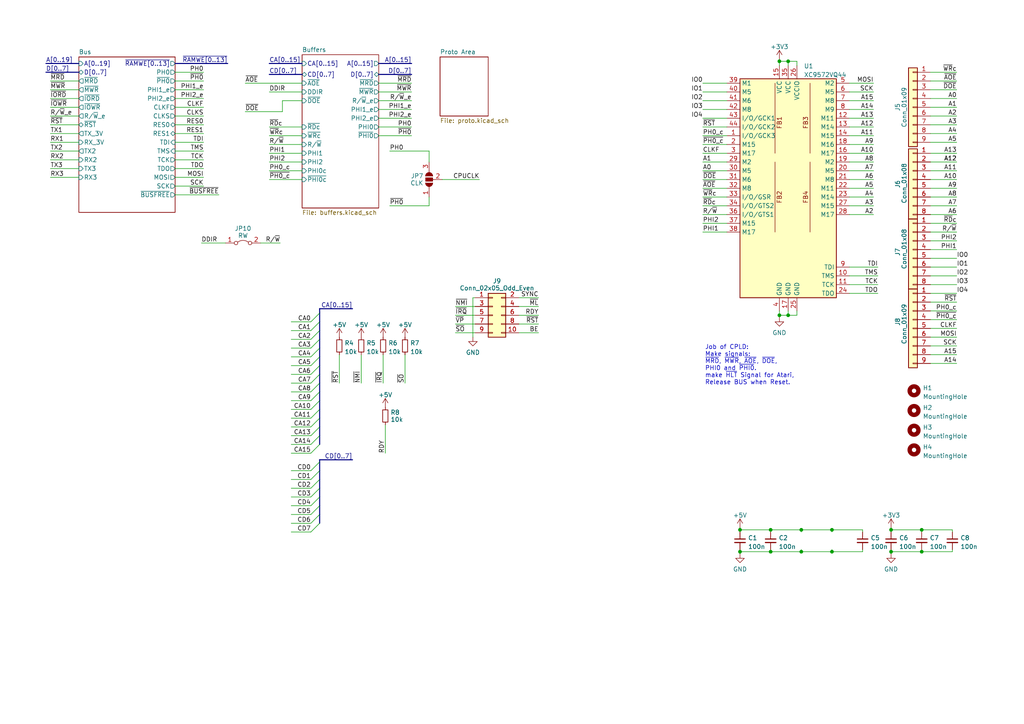
<source format=kicad_sch>
(kicad_sch (version 20230121) (generator eeschema)
  (paper "A4")
  (title_block (title "Unicomp v2 - empty CPU Board") (date "2023-07-06") (rev "v1") (company "100% Offner") (comment 1 "v1: Initial"))
  (lib_symbols
    (symbol "Connector_Generic:Conn_01x08" (pin_names (offset 1.016) hide)
      (property "Reference" "J" (at 0 10.16 0))
      (property "Value" "Conn_01x08" (at 0 -12.7 0))
      (symbol "Conn_01x08_1_1"
        (rectangle (start -1.27 -10.033) (end 0 -10.287) (stroke (width 0.1524)))
        (rectangle (start -1.27 -7.493) (end 0 -7.747) (stroke (width 0.1524)))
        (rectangle (start -1.27 -4.953) (end 0 -5.207) (stroke (width 0.1524)))
        (rectangle (start -1.27 -2.413) (end 0 -2.667) (stroke (width 0.1524)))
        (rectangle (start -1.27 0.127) (end 0 -0.127) (stroke (width 0.1524)))
        (rectangle (start -1.27 2.667) (end 0 2.413) (stroke (width 0.1524)))
        (rectangle (start -1.27 5.207) (end 0 4.953) (stroke (width 0.1524)))
        (rectangle (start -1.27 7.747) (end 0 7.493) (stroke (width 0.1524)))
        (rectangle (start -1.27 8.89) (end 1.27 -11.43) (stroke (width 0.254)) (fill (type background)))
        (pin passive line (at -5.08 7.62 0) (length 3.81) (name "Pin_1") (number "1"))
        (pin passive line (at -5.08 5.08 0) (length 3.81) (name "Pin_2") (number "2"))
        (pin passive line (at -5.08 2.54 0) (length 3.81) (name "Pin_3") (number "3"))
        (pin passive line (at -5.08 0 0) (length 3.81) (name "Pin_4") (number "4"))
        (pin passive line (at -5.08 -2.54 0) (length 3.81) (name "Pin_5") (number "5"))
        (pin passive line (at -5.08 -5.08 0) (length 3.81) (name "Pin_6") (number "6"))
        (pin passive line (at -5.08 -7.62 0) (length 3.81) (name "Pin_7") (number "7"))
        (pin passive line (at -5.08 -10.16 0) (length 3.81) (name "Pin_8") (number "8"))
      )
    )
    (symbol "Connector_Generic:Conn_01x09" (pin_names (offset 1.016) hide)
      (property "Reference" "J" (at 0 12.7 0))
      (property "Value" "Conn_01x09" (at 0 -12.7 0))
      (symbol "Conn_01x09_1_1"
        (rectangle (start -1.27 -10.033) (end 0 -10.287) (stroke (width 0.1524)))
        (rectangle (start -1.27 -7.493) (end 0 -7.747) (stroke (width 0.1524)))
        (rectangle (start -1.27 -4.953) (end 0 -5.207) (stroke (width 0.1524)))
        (rectangle (start -1.27 -2.413) (end 0 -2.667) (stroke (width 0.1524)))
        (rectangle (start -1.27 0.127) (end 0 -0.127) (stroke (width 0.1524)))
        (rectangle (start -1.27 2.667) (end 0 2.413) (stroke (width 0.1524)))
        (rectangle (start -1.27 5.207) (end 0 4.953) (stroke (width 0.1524)))
        (rectangle (start -1.27 7.747) (end 0 7.493) (stroke (width 0.1524)))
        (rectangle (start -1.27 10.287) (end 0 10.033) (stroke (width 0.1524)))
        (rectangle (start -1.27 11.43) (end 1.27 -11.43) (stroke (width 0.254)) (fill (type background)))
        (pin passive line (at -5.08 10.16 0) (length 3.81) (name "Pin_1") (number "1"))
        (pin passive line (at -5.08 7.62 0) (length 3.81) (name "Pin_2") (number "2"))
        (pin passive line (at -5.08 5.08 0) (length 3.81) (name "Pin_3") (number "3"))
        (pin passive line (at -5.08 2.54 0) (length 3.81) (name "Pin_4") (number "4"))
        (pin passive line (at -5.08 0 0) (length 3.81) (name "Pin_5") (number "5"))
        (pin passive line (at -5.08 -2.54 0) (length 3.81) (name "Pin_6") (number "6"))
        (pin passive line (at -5.08 -5.08 0) (length 3.81) (name "Pin_7") (number "7"))
        (pin passive line (at -5.08 -7.62 0) (length 3.81) (name "Pin_8") (number "8"))
        (pin passive line (at -5.08 -10.16 0) (length 3.81) (name "Pin_9") (number "9"))
      )
    )
    (symbol "Connector_Generic:Conn_02x05_Odd_Even" (pin_names (offset 1.016) hide)
      (property "Reference" "J" (at 1.27 7.62 0))
      (property "Value" "Conn_02x05_Odd_Even" (at 1.27 -7.62 0))
      (symbol "Conn_02x05_Odd_Even_1_1"
        (rectangle (start -1.27 -4.953) (end 0 -5.207) (stroke (width 0.1524)))
        (rectangle (start -1.27 -2.413) (end 0 -2.667) (stroke (width 0.1524)))
        (rectangle (start -1.27 0.127) (end 0 -0.127) (stroke (width 0.1524)))
        (rectangle (start -1.27 2.667) (end 0 2.413) (stroke (width 0.1524)))
        (rectangle (start -1.27 5.207) (end 0 4.953) (stroke (width 0.1524)))
        (rectangle (start -1.27 6.35) (end 3.81 -6.35) (stroke (width 0.254)) (fill (type background)))
        (rectangle (start 3.81 -4.953) (end 2.54 -5.207) (stroke (width 0.1524)))
        (rectangle (start 3.81 -2.413) (end 2.54 -2.667) (stroke (width 0.1524)))
        (rectangle (start 3.81 0.127) (end 2.54 -0.127) (stroke (width 0.1524)))
        (rectangle (start 3.81 2.667) (end 2.54 2.413) (stroke (width 0.1524)))
        (rectangle (start 3.81 5.207) (end 2.54 4.953) (stroke (width 0.1524)))
        (pin passive line (at -5.08 5.08 0) (length 3.81) (name "Pin_1") (number "1"))
        (pin passive line (at 7.62 -5.08 180) (length 3.81) (name "Pin_10") (number "10"))
        (pin passive line (at 7.62 5.08 180) (length 3.81) (name "Pin_2") (number "2"))
        (pin passive line (at -5.08 2.54 0) (length 3.81) (name "Pin_3") (number "3"))
        (pin passive line (at 7.62 2.54 180) (length 3.81) (name "Pin_4") (number "4"))
        (pin passive line (at -5.08 0 0) (length 3.81) (name "Pin_5") (number "5"))
        (pin passive line (at 7.62 0 180) (length 3.81) (name "Pin_6") (number "6"))
        (pin passive line (at -5.08 -2.54 0) (length 3.81) (name "Pin_7") (number "7"))
        (pin passive line (at 7.62 -2.54 180) (length 3.81) (name "Pin_8") (number "8"))
        (pin passive line (at -5.08 -5.08 0) (length 3.81) (name "Pin_9") (number "9"))
      )
    )
    (symbol "Device:C_Small" (pin_numbers hide) (pin_names (offset 0.254) hide)
      (property "Reference" "C" (at 0.254 1.778 0))
      (property "Value" "C_Small" (at 0.254 -2.032 0))
      (symbol "C_Small_0_1"
        (polyline (pts (xy -1.524 -0.508) (xy 1.524 -0.508)) (stroke (width 0.3302)))
        (polyline (pts (xy -1.524 0.508) (xy 1.524 0.508)) (stroke (width 0.3048)))
      )
      (symbol "C_Small_1_1"
        (pin passive line (at 0 2.54 270) (length 2.032) (name "~") (number "1"))
        (pin passive line (at 0 -2.54 90) (length 2.032) (name "~") (number "2"))
      )
    )
    (symbol "Device:R_Small" (pin_numbers hide) (pin_names (offset 0.254) hide)
      (property "Reference" "R" (at 0.762 0.508 0))
      (property "Value" "R_Small" (at 0.762 -1.016 0))
      (symbol "R_Small_0_1"
        (rectangle (start -0.762 1.778) (end 0.762 -1.778) (stroke (width 0.2032)))
      )
      (symbol "R_Small_1_1"
        (pin passive line (at 0 2.54 270) (length 0.762) (name "~") (number "1"))
        (pin passive line (at 0 -2.54 90) (length 0.762) (name "~") (number "2"))
      )
    )
    (symbol "Jumper:Jumper_2_Bridged" (pin_names (offset 0) hide)
      (property "Reference" "JP" (at 0 1.905 0))
      (property "Value" "Jumper_2_Bridged" (at 0 -2.54 0))
      (symbol "Jumper_2_Bridged_0_0"
        (circle (center -2.032 0) (radius 0.508))
        (circle (center 2.032 0) (radius 0.508))
      )
      (symbol "Jumper_2_Bridged_0_1"
        (arc (start 1.524 0.254) (mid 0 0.762) (end -1.524 0.254))
      )
      (symbol "Jumper_2_Bridged_1_1"
        (pin passive line (at -5.08 0 0) (length 2.54) (name "A") (number "1"))
        (pin passive line (at 5.08 0 180) (length 2.54) (name "B") (number "2"))
      )
    )
    (symbol "Jumper:SolderJumper_3_Open" (pin_names (offset 0) hide)
      (property "Reference" "JP" (at -2.54 -2.54 0))
      (property "Value" "SolderJumper_3_Open" (at 0 2.794 0))
      (symbol "SolderJumper_3_Open_0_1"
        (arc (start -1.016 1.016) (mid -2.0276 0) (end -1.016 -1.016))
        (arc (start -1.016 1.016) (mid -2.0276 0) (end -1.016 -1.016) (fill (type outline)))
        (rectangle (start -0.508 1.016) (end 0.508 -1.016) (fill (type outline)))
        (polyline (pts (xy -2.54 0) (xy -2.032 0)))
        (polyline (pts (xy -1.016 1.016) (xy -1.016 -1.016)))
        (polyline (pts (xy 0 -1.27) (xy 0 -1.016)))
        (polyline (pts (xy 1.016 1.016) (xy 1.016 -1.016)))
        (polyline (pts (xy 2.54 0) (xy 2.032 0)))
        (arc (start 1.016 -1.016) (mid 2.0276 0) (end 1.016 1.016))
        (arc (start 1.016 -1.016) (mid 2.0276 0) (end 1.016 1.016) (fill (type outline)))
      )
      (symbol "SolderJumper_3_Open_1_1"
        (pin passive line (at -5.08 0 0) (length 2.54) (name "A") (number "1"))
        (pin passive line (at 0 -3.81 90) (length 2.54) (name "C") (number "2"))
        (pin passive line (at 5.08 0 180) (length 2.54) (name "B") (number "3"))
      )
    )
    (symbol "Mechanical:MountingHole" (pin_names (offset 1.016))
      (property "Reference" "H" (at 0 5.08 0))
      (property "Value" "MountingHole" (at 0 3.175 0))
      (symbol "MountingHole_0_1"
        (circle (center 0 0) (radius 1.27) (stroke (width 1.27)))
      )
    )
    (symbol "my_ics_new:XC9572VQ44"
      (property "Reference" "U" (at -12.7 34.29 0))
      (property "Value" "XC9572VQ44" (at -12.7 31.75 0))
      (symbol "XC9572VQ44_0_0"
        (text "FB1" (at -2.54 16.51 900) (effects (font (size 1.27 1.27))))
        (text "FB2" (at -2.54 -5.08 900) (effects (font (size 1.27 1.27))))
        (text "FB3" (at 5.08 16.51 900) (effects (font (size 1.27 1.27))))
        (text "FB4" (at 5.08 -5.08 900) (effects (font (size 1.27 1.27))))
      )
      (symbol "XC9572VQ44_0_1"
        (polyline (pts (xy -3.81 5.08) (xy -3.81 -15.24)) (stroke (width 0.1524)))
        (polyline (pts (xy -3.81 7.62) (xy -3.81 27.94)) (stroke (width 0.1524)))
        (polyline (pts (xy 6.35 5.08) (xy 6.35 -15.24)) (stroke (width 0.1524)))
        (polyline (pts (xy 6.35 7.62) (xy 6.35 27.94)) (stroke (width 0.1524)))
      )
      (symbol "XC9572VQ44_1_1"
        (rectangle (start -13.97 29.21) (end 13.97 -34.29) (stroke (width 0.254)) (fill (type background)))
        (pin bidirectional line (at -17.78 12.7 0) (length 3.81) (name "I/O/GCK3") (number "1"))
        (pin input line (at 17.78 -27.94 180) (length 3.81) (name "TMS") (number "10"))
        (pin input line (at 17.78 -30.48 180) (length 3.81) (name "TCK") (number "11"))
        (pin bidirectional line (at 17.78 17.78 180) (length 3.81) (name "M11") (number "12"))
        (pin bidirectional line (at 17.78 15.24 180) (length 3.81) (name "M14") (number "13"))
        (pin bidirectional line (at 17.78 12.7 180) (length 3.81) (name "M15") (number "14"))
        (pin power_in line (at -2.54 33.02 270) (length 3.81) (name "VCC") (number "15"))
        (pin bidirectional line (at 17.78 7.62 180) (length 3.81) (name "M17") (number "16"))
        (pin power_in line (at 0 -38.1 90) (length 3.81) (name "GND") (number "17"))
        (pin bidirectional line (at 17.78 10.16 180) (length 3.81) (name "M16") (number "18"))
        (pin bidirectional line (at 17.78 5.08 180) (length 3.81) (name "M2") (number "19"))
        (pin bidirectional line (at -17.78 10.16 0) (length 3.81) (name "M15") (number "2"))
        (pin bidirectional line (at 17.78 2.54 180) (length 3.81) (name "M5") (number "20"))
        (pin bidirectional line (at 17.78 0 180) (length 3.81) (name "M8") (number "21"))
        (pin bidirectional line (at 17.78 -2.54 180) (length 3.81) (name "M11") (number "22"))
        (pin bidirectional line (at 17.78 -5.08 180) (length 3.81) (name "M14") (number "23"))
        (pin output line (at 17.78 -33.02 180) (length 3.81) (name "TDO") (number "24"))
        (pin power_in line (at 2.54 -38.1 90) (length 3.81) (name "GND") (number "25"))
        (pin power_in line (at 2.54 33.02 270) (length 3.81) (name "VCCIO") (number "26"))
        (pin bidirectional line (at 17.78 -7.62 180) (length 3.81) (name "M15") (number "27"))
        (pin bidirectional line (at 17.78 -10.16 180) (length 3.81) (name "M17") (number "28"))
        (pin bidirectional line (at -17.78 5.08 0) (length 3.81) (name "M2") (number "29"))
        (pin bidirectional line (at -17.78 7.62 0) (length 3.81) (name "M17") (number "3"))
        (pin bidirectional line (at -17.78 2.54 0) (length 3.81) (name "M5") (number "30"))
        (pin bidirectional line (at -17.78 0 0) (length 3.81) (name "M6") (number "31"))
        (pin bidirectional line (at -17.78 -2.54 0) (length 3.81) (name "M8") (number "32"))
        (pin bidirectional line (at -17.78 -5.08 0) (length 3.81) (name "I/O/GSR") (number "33"))
        (pin bidirectional line (at -17.78 -7.62 0) (length 3.81) (name "I/O/GTS2") (number "34"))
        (pin power_in line (at 0 33.02 270) (length 3.81) (name "VCC") (number "35"))
        (pin bidirectional line (at -17.78 -10.16 0) (length 3.81) (name "I/O/GTS1") (number "36"))
        (pin bidirectional line (at -17.78 -12.7 0) (length 3.81) (name "M15") (number "37"))
        (pin bidirectional line (at -17.78 -15.24 0) (length 3.81) (name "M17") (number "38"))
        (pin bidirectional line (at -17.78 27.94 0) (length 3.81) (name "M1") (number "39"))
        (pin power_in line (at -2.54 -38.1 90) (length 3.81) (name "GND") (number "4"))
        (pin bidirectional line (at -17.78 25.4 0) (length 3.81) (name "M5") (number "40"))
        (pin bidirectional line (at -17.78 22.86 0) (length 3.81) (name "M6") (number "41"))
        (pin bidirectional line (at -17.78 20.32 0) (length 3.81) (name "M8") (number "42"))
        (pin bidirectional line (at -17.78 17.78 0) (length 3.81) (name "I/O/GCK1") (number "43"))
        (pin bidirectional line (at -17.78 15.24 0) (length 3.81) (name "I/O/GCK2") (number "44"))
        (pin bidirectional line (at 17.78 27.94 180) (length 3.81) (name "M2") (number "5"))
        (pin bidirectional line (at 17.78 25.4 180) (length 3.81) (name "M5") (number "6"))
        (pin bidirectional line (at 17.78 22.86 180) (length 3.81) (name "M8") (number "7"))
        (pin bidirectional line (at 17.78 20.32 180) (length 3.81) (name "M9") (number "8"))
        (pin input line (at 17.78 -25.4 180) (length 3.81) (name "TDI") (number "9"))
      )
    )
    (symbol "power:+3V3" (power) (pin_names (offset 0))
      (property "Value" "+3V3" (at 0 3.556 0))
      (symbol "+3V3_0_1"
        (polyline (pts (xy -0.762 1.27) (xy 0 2.54)))
        (polyline (pts (xy 0 0) (xy 0 2.54)))
        (polyline (pts (xy 0 2.54) (xy 0.762 1.27)))
      )
      (symbol "+3V3_1_1"
        (pin power_in line (at 0 0 90) (length 0) hide (name "+3V3") (number "1"))
      )
    )
    (symbol "power:+5V" (power) (pin_names (offset 0))
      (property "Value" "+5V" (at 0 3.556 0))
      (symbol "+5V_0_1"
        (polyline (pts (xy -0.762 1.27) (xy 0 2.54)))
        (polyline (pts (xy 0 0) (xy 0 2.54)))
        (polyline (pts (xy 0 2.54) (xy 0.762 1.27)))
      )
      (symbol "+5V_1_1"
        (pin power_in line (at 0 0 90) (length 0) hide (name "+5V") (number "1"))
      )
    )
    (symbol "power:GND" (power) (pin_names (offset 0))
      (property "Value" "GND" (at 0 -3.81 0))
      (symbol "GND_0_1"
        (polyline (pts (xy 0 0) (xy 0 -1.27) (xy 1.27 -1.27) (xy 0 -2.54) (xy -1.27 -1.27) (xy 0 -1.27)))
      )
      (symbol "GND_1_1"
        (pin power_in line (at 0 0 270) (length 0) hide (name "GND") (number "1"))
      )
    )
  )
  (junction (at 232.41 160.02))
  (junction (at 258.445 153.67))
  (junction (at 226.06 17.78))
  (junction (at 223.52 153.67))
  (junction (at 241.3 160.02))
  (junction (at 241.3 153.67))
  (junction (at 214.63 153.67))
  (junction (at 267.335 153.67))
  (junction (at 223.52 160.02))
  (junction (at 228.6 91.44))
  (junction (at 232.41 153.67))
  (junction (at 214.63 160.02))
  (junction (at 258.445 160.02))
  (junction (at 226.06 91.44))
  (junction (at 228.6 17.78))
  (junction (at 267.335 160.02))
  (bus_entry (at 92.71 128.905) (size -2.54 2.54))
  (bus_entry (at 92.71 106.045) (size -2.54 2.54))
  (bus_entry (at 92.71 90.805) (size -2.54 2.54))
  (bus_entry (at 92.71 146.685) (size -2.54 2.54))
  (bus_entry (at 92.71 144.145) (size -2.54 2.54))
  (bus_entry (at 92.71 126.365) (size -2.54 2.54))
  (bus_entry (at 92.71 149.225) (size -2.54 2.54))
  (bus_entry (at 92.71 116.205) (size -2.54 2.54))
  (bus_entry (at 92.71 123.825) (size -2.54 2.54))
  (bus_entry (at 92.71 113.665) (size -2.54 2.54))
  (bus_entry (at 92.71 111.125) (size -2.54 2.54))
  (bus_entry (at 92.71 133.985) (size -2.54 2.54))
  (bus_entry (at 92.71 121.285) (size -2.54 2.54))
  (bus_entry (at 92.71 108.585) (size -2.54 2.54))
  (bus_entry (at 92.71 139.065) (size -2.54 2.54))
  (bus_entry (at 92.71 93.345) (size -2.54 2.54))
  (bus_entry (at 92.71 151.765) (size -2.54 2.54))
  (bus_entry (at 92.71 118.745) (size -2.54 2.54))
  (bus_entry (at 92.71 98.425) (size -2.54 2.54))
  (bus_entry (at 92.71 141.605) (size -2.54 2.54))
  (bus_entry (at 92.71 100.965) (size -2.54 2.54))
  (bus_entry (at 92.71 103.505) (size -2.54 2.54))
  (bus_entry (at 92.71 95.885) (size -2.54 2.54))
  (bus_entry (at 92.71 136.525) (size -2.54 2.54))
  (wire (pts (xy 269.875 41.275) (xy 277.495 41.275)))
  (wire (pts (xy 241.3 159.385) (xy 241.3 160.02)))
  (wire (pts (xy 250.19 159.385) (xy 250.19 160.02)))
  (bus (pts (xy 92.71 95.885) (xy 92.71 93.345)))
  (wire (pts (xy 50.8 56.515) (xy 63.5 56.515)))
  (wire (pts (xy 203.835 24.13) (xy 210.82 24.13)))
  (wire (pts (xy 223.52 153.67) (xy 223.52 154.305)))
  (wire (pts (xy 124.46 57.15) (xy 124.46 59.69)))
  (wire (pts (xy 14.605 31.115) (xy 22.86 31.115)))
  (wire (pts (xy 269.875 69.85) (xy 277.495 69.85)))
  (wire (pts (xy 246.38 26.67) (xy 253.365 26.67)))
  (wire (pts (xy 84.455 154.305) (xy 90.17 154.305)))
  (wire (pts (xy 50.8 43.815) (xy 59.055 43.815)))
  (wire (pts (xy 84.455 126.365) (xy 90.17 126.365)))
  (bus (pts (xy 92.71 89.535) (xy 102.235 89.535)))
  (bus (pts (xy 50.8 18.415) (xy 66.04 18.415)))
  (wire (pts (xy 269.875 54.61) (xy 277.495 54.61)))
  (wire (pts (xy 269.875 49.53) (xy 277.495 49.53)))
  (bus (pts (xy 109.855 21.59) (xy 119.38 21.59)))
  (wire (pts (xy 84.455 95.885) (xy 90.17 95.885)))
  (wire (pts (xy 109.855 26.67) (xy 119.38 26.67)))
  (wire (pts (xy 71.12 32.385) (xy 81.915 32.385)))
  (wire (pts (xy 269.875 26.035) (xy 277.495 26.035)))
  (wire (pts (xy 203.835 34.29) (xy 210.82 34.29)))
  (wire (pts (xy 269.875 38.735) (xy 277.495 38.735)))
  (bus (pts (xy 92.71 98.425) (xy 92.71 95.885)))
  (wire (pts (xy 124.46 46.99) (xy 124.46 43.815)))
  (wire (pts (xy 84.455 111.125) (xy 90.17 111.125)))
  (wire (pts (xy 50.8 36.195) (xy 59.055 36.195)))
  (wire (pts (xy 84.455 108.585) (xy 90.17 108.585)))
  (wire (pts (xy 214.63 160.655) (xy 214.63 160.02)))
  (wire (pts (xy 203.835 39.37) (xy 210.82 39.37)))
  (wire (pts (xy 214.63 160.02) (xy 223.52 160.02)))
  (wire (pts (xy 269.875 74.93) (xy 277.495 74.93)))
  (wire (pts (xy 203.835 26.67) (xy 210.82 26.67)))
  (bus (pts (xy 92.71 139.065) (xy 92.71 136.525)))
  (wire (pts (xy 84.455 106.045) (xy 90.17 106.045)))
  (wire (pts (xy 71.12 24.13) (xy 87.63 24.13)))
  (wire (pts (xy 109.855 39.37) (xy 119.38 39.37)))
  (wire (pts (xy 50.8 20.955) (xy 59.055 20.955)))
  (wire (pts (xy 128.27 52.07) (xy 139.065 52.07)))
  (wire (pts (xy 267.335 160.02) (xy 276.225 160.02)))
  (bus (pts (xy 92.71 151.765) (xy 92.71 149.225)))
  (wire (pts (xy 226.06 17.78) (xy 226.06 19.05)))
  (bus (pts (xy 92.71 116.205) (xy 92.71 113.665)))
  (bus (pts (xy 109.855 18.415) (xy 119.38 18.415)))
  (wire (pts (xy 50.8 28.575) (xy 59.055 28.575)))
  (wire (pts (xy 78.105 41.91) (xy 87.63 41.91)))
  (bus (pts (xy 92.71 111.125) (xy 92.71 108.585)))
  (wire (pts (xy 109.855 24.13) (xy 119.38 24.13)))
  (wire (pts (xy 84.455 131.445) (xy 90.17 131.445)))
  (wire (pts (xy 250.19 153.67) (xy 250.19 154.305)))
  (wire (pts (xy 232.41 160.02) (xy 241.3 160.02)))
  (wire (pts (xy 228.6 17.78) (xy 228.6 19.05)))
  (wire (pts (xy 203.835 36.83) (xy 210.82 36.83)))
  (wire (pts (xy 258.445 153.67) (xy 267.335 153.67)))
  (wire (pts (xy 104.775 102.87) (xy 104.775 111.125)))
  (wire (pts (xy 78.105 49.53) (xy 87.63 49.53)))
  (wire (pts (xy 269.875 52.07) (xy 277.495 52.07)))
  (wire (pts (xy 14.605 46.355) (xy 22.86 46.355)))
  (wire (pts (xy 84.455 128.905) (xy 90.17 128.905)))
  (bus (pts (xy 92.71 149.225) (xy 92.71 146.685)))
  (wire (pts (xy 84.455 118.745) (xy 90.17 118.745)))
  (wire (pts (xy 58.42 70.485) (xy 65.405 70.485)))
  (wire (pts (xy 84.455 144.145) (xy 90.17 144.145)))
  (wire (pts (xy 137.16 86.36) (xy 137.16 97.79)))
  (wire (pts (xy 78.105 36.83) (xy 87.63 36.83)))
  (wire (pts (xy 269.875 102.87) (xy 277.495 102.87)))
  (wire (pts (xy 132.08 91.44) (xy 137.795 91.44)))
  (wire (pts (xy 269.875 57.15) (xy 277.495 57.15)))
  (wire (pts (xy 203.835 54.61) (xy 210.82 54.61)))
  (wire (pts (xy 246.38 59.69) (xy 253.365 59.69)))
  (wire (pts (xy 226.06 17.145) (xy 226.06 17.78)))
  (wire (pts (xy 50.8 51.435) (xy 59.055 51.435)))
  (wire (pts (xy 113.03 59.69) (xy 124.46 59.69)))
  (wire (pts (xy 258.445 153.035) (xy 258.445 153.67)))
  (wire (pts (xy 137.16 86.36) (xy 137.795 86.36)))
  (bus (pts (xy 92.71 146.685) (xy 92.71 144.145)))
  (wire (pts (xy 84.455 149.225) (xy 90.17 149.225)))
  (wire (pts (xy 84.455 151.765) (xy 90.17 151.765)))
  (wire (pts (xy 246.38 24.13) (xy 253.365 24.13)))
  (bus (pts (xy 92.71 141.605) (xy 92.71 139.065)))
  (wire (pts (xy 269.875 62.23) (xy 277.495 62.23)))
  (wire (pts (xy 203.835 59.69) (xy 210.82 59.69)))
  (wire (pts (xy 269.875 82.55) (xy 277.495 82.55)))
  (wire (pts (xy 258.445 153.67) (xy 258.445 154.305)))
  (wire (pts (xy 156.21 91.44) (xy 150.495 91.44)))
  (wire (pts (xy 203.835 52.07) (xy 210.82 52.07)))
  (wire (pts (xy 14.605 41.275) (xy 22.86 41.275)))
  (wire (pts (xy 226.06 17.78) (xy 228.6 17.78)))
  (wire (pts (xy 267.335 159.385) (xy 267.335 160.02)))
  (wire (pts (xy 232.41 153.67) (xy 232.41 154.305)))
  (wire (pts (xy 78.105 46.99) (xy 87.63 46.99)))
  (bus (pts (xy 92.71 133.985) (xy 92.71 133.35)))
  (bus (pts (xy 92.71 144.145) (xy 92.71 141.605)))
  (wire (pts (xy 14.605 51.435) (xy 22.86 51.435)))
  (wire (pts (xy 269.875 20.955) (xy 277.495 20.955)))
  (wire (pts (xy 203.835 57.15) (xy 210.82 57.15)))
  (wire (pts (xy 269.875 77.47) (xy 277.495 77.47)))
  (wire (pts (xy 214.63 153.035) (xy 214.63 153.67)))
  (wire (pts (xy 232.41 153.67) (xy 241.3 153.67)))
  (wire (pts (xy 84.455 100.965) (xy 90.17 100.965)))
  (bus (pts (xy 92.71 126.365) (xy 92.71 123.825)))
  (wire (pts (xy 246.38 34.29) (xy 253.365 34.29)))
  (wire (pts (xy 231.14 91.44) (xy 231.14 90.17)))
  (wire (pts (xy 246.38 39.37) (xy 253.365 39.37)))
  (wire (pts (xy 223.52 153.67) (xy 232.41 153.67)))
  (wire (pts (xy 269.875 28.575) (xy 277.495 28.575)))
  (wire (pts (xy 14.605 33.655) (xy 22.86 33.655)))
  (wire (pts (xy 84.455 98.425) (xy 90.17 98.425)))
  (wire (pts (xy 50.8 26.035) (xy 59.055 26.035)))
  (wire (pts (xy 84.455 123.825) (xy 90.17 123.825)))
  (bus (pts (xy 92.71 93.345) (xy 92.71 90.805)))
  (wire (pts (xy 228.6 91.44) (xy 231.14 91.44)))
  (wire (pts (xy 84.455 116.205) (xy 90.17 116.205)))
  (bus (pts (xy 22.86 18.415) (xy 13.335 18.415)))
  (bus (pts (xy 92.71 121.285) (xy 92.71 118.745)))
  (wire (pts (xy 269.875 33.655) (xy 277.495 33.655)))
  (wire (pts (xy 228.6 17.78) (xy 231.14 17.78)))
  (wire (pts (xy 156.21 93.98) (xy 150.495 93.98)))
  (wire (pts (xy 269.875 87.63) (xy 277.495 87.63)))
  (bus (pts (xy 92.71 103.505) (xy 92.71 100.965)))
  (wire (pts (xy 246.38 77.47) (xy 254.635 77.47)))
  (wire (pts (xy 109.855 34.29) (xy 119.38 34.29)))
  (wire (pts (xy 246.38 62.23) (xy 253.365 62.23)))
  (wire (pts (xy 232.41 159.385) (xy 232.41 160.02)))
  (wire (pts (xy 228.6 91.44) (xy 228.6 90.17)))
  (wire (pts (xy 50.8 48.895) (xy 59.055 48.895)))
  (wire (pts (xy 84.455 139.065) (xy 90.17 139.065)))
  (wire (pts (xy 81.915 29.21) (xy 87.63 29.21)))
  (wire (pts (xy 50.8 33.655) (xy 59.055 33.655)))
  (wire (pts (xy 246.38 36.83) (xy 253.365 36.83)))
  (wire (pts (xy 269.875 80.01) (xy 277.495 80.01)))
  (wire (pts (xy 269.875 31.115) (xy 277.495 31.115)))
  (wire (pts (xy 203.835 46.99) (xy 210.82 46.99)))
  (wire (pts (xy 78.105 52.07) (xy 87.63 52.07)))
  (wire (pts (xy 117.475 102.87) (xy 117.475 111.125)))
  (wire (pts (xy 14.605 36.195) (xy 22.86 36.195)))
  (bus (pts (xy 87.63 18.415) (xy 78.105 18.415)))
  (wire (pts (xy 241.3 153.67) (xy 241.3 154.305)))
  (wire (pts (xy 50.8 41.275) (xy 59.055 41.275)))
  (wire (pts (xy 269.875 92.71) (xy 277.495 92.71)))
  (wire (pts (xy 226.06 91.44) (xy 228.6 91.44)))
  (wire (pts (xy 269.875 67.31) (xy 277.495 67.31)))
  (wire (pts (xy 269.875 90.17) (xy 277.495 90.17)))
  (wire (pts (xy 226.06 90.17) (xy 226.06 91.44)))
  (wire (pts (xy 269.875 97.79) (xy 277.495 97.79)))
  (wire (pts (xy 223.52 159.385) (xy 223.52 160.02)))
  (wire (pts (xy 203.835 64.77) (xy 210.82 64.77)))
  (wire (pts (xy 50.8 53.975) (xy 59.055 53.975)))
  (wire (pts (xy 203.835 49.53) (xy 210.82 49.53)))
  (wire (pts (xy 203.835 29.21) (xy 210.82 29.21)))
  (bus (pts (xy 92.71 136.525) (xy 92.71 133.985)))
  (wire (pts (xy 132.08 96.52) (xy 137.795 96.52)))
  (wire (pts (xy 14.605 28.575) (xy 22.86 28.575)))
  (wire (pts (xy 246.38 29.21) (xy 253.365 29.21)))
  (bus (pts (xy 92.71 106.045) (xy 92.71 103.505)))
  (wire (pts (xy 111.125 102.87) (xy 111.125 111.125)))
  (wire (pts (xy 78.105 39.37) (xy 87.63 39.37)))
  (wire (pts (xy 246.38 49.53) (xy 253.365 49.53)))
  (wire (pts (xy 246.38 31.75) (xy 253.365 31.75)))
  (wire (pts (xy 84.455 103.505) (xy 90.17 103.505)))
  (wire (pts (xy 203.835 41.91) (xy 210.82 41.91)))
  (wire (pts (xy 98.425 102.87) (xy 98.425 111.125)))
  (wire (pts (xy 223.52 160.02) (xy 232.41 160.02)))
  (wire (pts (xy 50.8 38.735) (xy 59.055 38.735)))
  (wire (pts (xy 246.38 41.91) (xy 253.365 41.91)))
  (wire (pts (xy 14.605 43.815) (xy 22.86 43.815)))
  (wire (pts (xy 269.875 36.195) (xy 277.495 36.195)))
  (wire (pts (xy 231.14 17.78) (xy 231.14 19.05)))
  (wire (pts (xy 203.835 67.31) (xy 210.82 67.31)))
  (wire (pts (xy 14.605 38.735) (xy 22.86 38.735)))
  (wire (pts (xy 214.63 153.67) (xy 214.63 154.305)))
  (wire (pts (xy 109.855 29.21) (xy 119.38 29.21)))
  (wire (pts (xy 276.225 159.385) (xy 276.225 160.02)))
  (wire (pts (xy 14.605 23.495) (xy 22.86 23.495)))
  (wire (pts (xy 203.835 44.45) (xy 210.82 44.45)))
  (wire (pts (xy 84.455 113.665) (xy 90.17 113.665)))
  (wire (pts (xy 14.605 26.035) (xy 22.86 26.035)))
  (bus (pts (xy 92.71 108.585) (xy 92.71 106.045)))
  (bus (pts (xy 87.63 21.59) (xy 78.105 21.59)))
  (bus (pts (xy 92.71 118.745) (xy 92.71 116.205)))
  (wire (pts (xy 84.455 146.685) (xy 90.17 146.685)))
  (wire (pts (xy 109.855 36.83) (xy 119.38 36.83)))
  (wire (pts (xy 226.06 91.44) (xy 226.06 92.075)))
  (wire (pts (xy 203.835 62.23) (xy 210.82 62.23)))
  (wire (pts (xy 269.875 59.69) (xy 277.495 59.69)))
  (wire (pts (xy 84.455 121.285) (xy 90.17 121.285)))
  (wire (pts (xy 78.105 26.67) (xy 87.63 26.67)))
  (wire (pts (xy 258.445 160.02) (xy 267.335 160.02)))
  (wire (pts (xy 132.08 93.98) (xy 137.795 93.98)))
  (wire (pts (xy 203.835 31.75) (xy 210.82 31.75)))
  (wire (pts (xy 269.875 85.09) (xy 277.495 85.09)))
  (bus (pts (xy 92.71 100.965) (xy 92.71 98.425)))
  (wire (pts (xy 246.38 52.07) (xy 253.365 52.07)))
  (wire (pts (xy 269.875 100.33) (xy 277.495 100.33)))
  (wire (pts (xy 246.38 44.45) (xy 253.365 44.45)))
  (wire (pts (xy 267.335 153.67) (xy 267.335 154.305)))
  (wire (pts (xy 269.875 23.495) (xy 277.495 23.495)))
  (wire (pts (xy 246.38 54.61) (xy 253.365 54.61)))
  (bus (pts (xy 92.71 128.905) (xy 92.71 126.365)))
  (wire (pts (xy 246.38 85.09) (xy 254.635 85.09)))
  (wire (pts (xy 156.21 96.52) (xy 150.495 96.52)))
  (wire (pts (xy 269.875 46.99) (xy 277.495 46.99)))
  (bus (pts (xy 92.71 113.665) (xy 92.71 111.125)))
  (wire (pts (xy 269.875 72.39) (xy 277.495 72.39)))
  (bus (pts (xy 92.71 133.35) (xy 102.235 133.35)))
  (wire (pts (xy 50.8 23.495) (xy 59.055 23.495)))
  (wire (pts (xy 111.76 123.19) (xy 111.76 131.445)))
  (wire (pts (xy 269.875 95.25) (xy 277.495 95.25)))
  (bus (pts (xy 22.86 20.955) (xy 13.335 20.955)))
  (wire (pts (xy 109.855 31.75) (xy 119.38 31.75)))
  (wire (pts (xy 113.03 43.815) (xy 124.46 43.815)))
  (wire (pts (xy 150.495 88.9) (xy 156.21 88.9)))
  (wire (pts (xy 241.3 160.02) (xy 250.19 160.02)))
  (bus (pts (xy 92.71 123.825) (xy 92.71 121.285)))
  (wire (pts (xy 246.38 46.99) (xy 253.365 46.99)))
  (wire (pts (xy 269.875 64.77) (xy 277.495 64.77)))
  (wire (pts (xy 84.455 141.605) (xy 90.17 141.605)))
  (wire (pts (xy 50.8 46.355) (xy 59.055 46.355)))
  (wire (pts (xy 50.8 31.115) (xy 59.055 31.115)))
  (wire (pts (xy 214.63 160.02) (xy 214.63 159.385)))
  (wire (pts (xy 258.445 159.385) (xy 258.445 160.02)))
  (wire (pts (xy 75.565 70.485) (xy 81.28 70.485)))
  (wire (pts (xy 258.445 160.02) (xy 258.445 160.655)))
  (wire (pts (xy 81.915 32.385) (xy 81.915 29.21)))
  (wire (pts (xy 276.225 153.67) (xy 276.225 154.305)))
  (wire (pts (xy 214.63 153.67) (xy 223.52 153.67)))
  (wire (pts (xy 267.335 153.67) (xy 276.225 153.67)))
  (wire (pts (xy 246.38 80.01) (xy 254.635 80.01)))
  (wire (pts (xy 132.08 88.9) (xy 137.795 88.9)))
  (wire (pts (xy 246.38 82.55) (xy 254.635 82.55)))
  (wire (pts (xy 14.605 48.895) (xy 22.86 48.895)))
  (wire (pts (xy 269.875 105.41) (xy 277.495 105.41)))
  (wire (pts (xy 269.875 44.45) (xy 277.495 44.45)))
  (wire (pts (xy 241.3 153.67) (xy 250.19 153.67)))
  (wire (pts (xy 84.455 93.345) (xy 90.17 93.345)))
  (wire (pts (xy 246.38 57.15) (xy 253.365 57.15)))
  (bus (pts (xy 92.71 90.805) (xy 92.71 89.535)))
  (wire (pts (xy 78.105 44.45) (xy 87.63 44.45)))
  (wire (pts (xy 84.455 136.525) (xy 90.17 136.525)))
  (wire (pts (xy 150.495 86.36) (xy 156.21 86.36)))
  (text "Job of CPLD:\nMake signals:\n~{MRD}, ~{MWR}, ~{AOE}, ~{DOE},\nPHI0 and ~{PHI0}.\nmake ~{HLT} Signal for Atari,\nRelease BUS when Reset." (at 204.47 111.76 0) (effects (font (size 1.27 1.27)) (justify left bottom)))
  (label "~{IOWR}" (at 14.605 31.115 0))
  (label "A9" (at 253.365 41.91 180))
  (label "A5" (at 253.365 54.61 180))
  (label "A14" (at 277.495 105.41 180))
  (label "~{DOE}" (at 203.835 52.07 0))
  (label "CA0" (at 90.17 93.345 180))
  (label "~{VP}" (at 132.08 93.98 0))
  (label "CD4" (at 90.17 146.685 180))
  (label "~{WR}c" (at 203.835 57.15 0))
  (label "PHI2" (at 78.105 46.99 0))
  (label "IO4" (at 277.495 85.09 0))
  (label "CA12" (at 90.17 123.825 180))
  (label "PHI2_e" (at 59.055 28.575 180))
  (label "~{PH0_c}" (at 277.495 92.71 180))
  (label "A1" (at 277.495 31.115 180))
  (label "R{slash}~{W}" (at 203.835 62.23 0))
  (label "TCK" (at 254.635 82.55 180))
  (label "A11" (at 253.365 39.37 180))
  (label "~{RAMWE[0..13]}" (at 66.04 18.415 180))
  (label "~{MWR}" (at 119.38 26.67 180))
  (label "CA11" (at 90.17 121.285 180))
  (label "~{DOE}" (at 277.495 26.035 180))
  (label "PH0_c" (at 277.495 90.17 180))
  (label "PH0" (at 59.055 20.955 180))
  (label "BE" (at 156.21 96.52 180))
  (label "TX2" (at 14.605 43.815 0))
  (label "CD5" (at 90.17 149.225 180))
  (label "A10" (at 253.365 44.45 180))
  (label "~{NMI}" (at 104.775 111.125 90))
  (label "CA13" (at 90.17 126.365 180))
  (label "TX3" (at 14.605 48.895 0))
  (label "CLKS" (at 59.055 33.655 180))
  (label "A13" (at 253.365 34.29 180))
  (label "SCK" (at 277.495 100.33 180))
  (label "SCK" (at 59.055 53.975 180))
  (label "TDO" (at 254.635 85.09 180))
  (label "R{slash}~{W}" (at 78.105 41.91 0))
  (label "~{PH0_c}" (at 78.105 52.07 0))
  (label "A5" (at 277.495 41.275 180))
  (label "A0" (at 203.835 49.53 0))
  (label "CD0" (at 90.17 136.525 180))
  (label "A12" (at 253.365 36.83 180))
  (label "R{slash}~{W}_e" (at 119.38 29.21 180))
  (label "~{WR}c" (at 277.495 20.955 180))
  (label "CA4" (at 90.17 103.505 180))
  (label "CD2" (at 90.17 141.605 180))
  (label "A10" (at 277.495 52.07 180))
  (label "PHI1" (at 78.105 44.45 0))
  (label "A15" (at 253.365 29.21 180))
  (label "DDIR" (at 78.105 26.67 0))
  (label "TDI" (at 59.055 41.275 180))
  (label "~{SO}" (at 117.475 111.125 90))
  (label "~{RST}" (at 14.605 36.195 0))
  (label "R{slash}~{W}_e" (at 14.605 33.655 0))
  (label "~{PH0}" (at 59.055 23.495 180))
  (label "CLKF" (at 59.055 31.115 180))
  (label "~{RST}" (at 203.835 36.83 0))
  (label "CA10" (at 90.17 118.745 180))
  (label "IO1" (at 203.835 26.67 180))
  (label "~{RST}" (at 156.21 93.98 180))
  (label "CD1" (at 90.17 139.065 180))
  (label "CA14" (at 90.17 128.905 180))
  (label "SCK" (at 253.365 26.67 180))
  (label "~{IORD}" (at 14.605 28.575 0))
  (label "A9" (at 277.495 54.61 180))
  (label "~{MRD}" (at 119.38 24.13 180))
  (label "A15" (at 277.495 102.87 180))
  (label "CD6" (at 90.17 151.765 180))
  (label "RX3" (at 14.605 51.435 0))
  (label "SYNC" (at 156.21 86.36 180))
  (label "RES1" (at 59.055 38.735 180))
  (label "IO3" (at 277.495 82.55 0))
  (label "A3" (at 253.365 59.69 180))
  (label "CLKF" (at 203.835 44.45 0))
  (label "DDIR" (at 58.42 70.485 0))
  (label "TDO" (at 59.055 48.895 180))
  (label "MOSI" (at 59.055 51.435 180))
  (label "~{SO}" (at 132.08 96.52 0))
  (label "~{PH0_c}" (at 203.835 41.91 0))
  (label "CA3" (at 90.17 100.965 180))
  (label "CA[0..15]" (at 102.235 89.535 180))
  (label "~{RD}c" (at 78.105 36.83 0))
  (label "CA[0..15]" (at 78.105 18.415 0))
  (label "~{PH0}" (at 119.38 39.37 180))
  (label "PHI2" (at 277.495 69.85 180))
  (label "RES0" (at 59.055 36.195 180))
  (label "IO1" (at 277.495 77.47 0))
  (label "CA15" (at 90.17 131.445 180))
  (label "PH0" (at 113.03 43.815 0))
  (label "~{PH0}" (at 113.03 59.69 0))
  (label "IO3" (at 203.835 31.75 180))
  (label "CA6" (at 90.17 108.585 180))
  (label "CA2" (at 90.17 98.425 180))
  (label "~{NMI}" (at 132.08 88.9 0))
  (label "~{DOE}" (at 71.12 32.385 0))
  (label "CD[0..7]" (at 78.105 21.59 0))
  (label "IO0" (at 203.835 24.13 180))
  (label "TMS" (at 59.055 43.815 180))
  (label "MOSI" (at 277.495 97.79 180))
  (label "D[0..7]" (at 13.335 20.955 0))
  (label "RX1" (at 14.605 41.275 0))
  (label "CD3" (at 90.17 144.145 180))
  (label "A13" (at 277.495 44.45 180))
  (label "~{IRQ}" (at 132.08 91.44 0))
  (label "A14" (at 253.365 31.75 180))
  (label "PHI2_e" (at 119.38 34.29 180))
  (label "~{MWR}" (at 14.605 26.035 0))
  (label "RX2" (at 14.605 46.355 0))
  (label "IO4" (at 203.835 34.29 180))
  (label "TDI" (at 254.635 77.47 180))
  (label "CA5" (at 90.17 106.045 180))
  (label "R{slash}~{W}" (at 277.495 67.31 180))
  (label "CA8" (at 90.17 113.665 180))
  (label "A2" (at 253.365 62.23 180))
  (label "TX1" (at 14.605 38.735 0))
  (label "CLKF" (at 277.495 95.25 180))
  (label "A8" (at 253.365 46.99 180))
  (label "A0" (at 277.495 28.575 180))
  (label "~{RST}" (at 277.495 87.63 180))
  (label "~{RD}c" (at 277.495 64.77 180))
  (label "A12" (at 277.495 46.99 180))
  (label "PHI2" (at 203.835 64.77 0))
  (label "RDY" (at 111.76 131.445 90))
  (label "A8" (at 277.495 57.15 180))
  (label "IO0" (at 277.495 74.93 0))
  (label "IO2" (at 203.835 29.21 180))
  (label "R{slash}~{W}" (at 81.28 70.485 180))
  (label "A6" (at 253.365 52.07 180))
  (label "A6" (at 277.495 62.23 180))
  (label "PHI1_e" (at 119.38 31.75 180))
  (label "~{ML}" (at 156.21 88.9 180))
  (label "TMS" (at 254.635 80.01 180))
  (label "CD7" (at 90.17 154.305 180))
  (label "PH0_c" (at 203.835 39.37 0))
  (label "CPUCLK" (at 139.065 52.07 180))
  (label "CA1" (at 90.17 95.885 180))
  (label "A[0..19]" (at 13.335 18.415 0))
  (label "A12" (at 277.495 46.99 180))
  (label "~{AOE}" (at 203.835 54.61 0))
  (label "CD[0..7]" (at 102.235 133.35 180))
  (label "PH0_c" (at 78.105 49.53 0))
  (label "PH0" (at 119.38 36.83 180))
  (label "~{MRD}" (at 14.605 23.495 0))
  (label "CA7" (at 90.17 111.125 180))
  (label "~{BUSFREE}" (at 63.5 56.515 180))
  (label "PHI1" (at 277.495 72.39 180))
  (label "~{AOE}" (at 277.495 23.495 180))
  (label "~{RD}c" (at 203.835 59.69 0))
  (label "A4" (at 253.365 57.15 180))
  (label "A4" (at 277.495 38.735 180))
  (label "A11" (at 277.495 49.53 180))
  (label "~{AOE}" (at 71.12 24.13 0))
  (label "RDY" (at 156.21 91.44 180))
  (label "A3" (at 277.495 36.195 180))
  (label "PHI1" (at 203.835 67.31 0))
  (label "A7" (at 277.495 59.69 180))
  (label "IO2" (at 277.495 80.01 0))
  (label "CA9" (at 90.17 116.205 180))
  (label "MOSI" (at 253.365 24.13 180))
  (label "D[0..7]" (at 119.38 21.59 180))
  (label "~{WR}c" (at 78.105 39.37 0))
  (label "A7" (at 253.365 49.53 180))
  (label "~{IRQ}" (at 111.125 111.125 90))
  (label "TCK" (at 59.055 46.355 180))
  (label "A2" (at 277.495 33.655 180))
  (label "A[0..15]" (at 119.38 18.415 180))
  (label "A1" (at 203.835 46.99 0))
  (label "PHI1_e" (at 59.055 26.035 180))
  (label "~{RST}" (at 98.425 111.125 90))
  (symbol (lib_id "power:+5V") (at 117.475 97.79 0) (unit 1)
    (property "Reference" "#PWR058" (effects hide))
    (property "Value" "+5V" (at 117.475 94.2142 0))
  )
  (symbol (lib_id "Device:R_Small") (at 98.425 100.33 0) (unit 1)
    (property "Reference" "R4" (at 99.9236 99.4953 0) (effects (justify left)))
    (property "Value" "10k" (at 99.9236 102.0322 0) (effects (justify left)))
    (property "Footprint" "Resistor_SMD:R_1206_3216Metric_Pad1.30x1.75mm_HandSolder" (effects hide))
  )
  (symbol (lib_id "power:+5V") (at 111.76 118.11 0) (unit 1)
    (property "Reference" "#PWR060" (effects hide))
    (property "Value" "+5V" (at 111.76 114.5342 0))
  )
  (symbol (lib_id "Device:C_Small") (at 223.52 156.845 0) (unit 1)
    (property "Reference" "C2" (at 225.8441 156.0166 0) (effects (justify left)))
    (property "Value" "100n" (at 225.8441 158.5535 0) (effects (justify left)))
    (property "Footprint" "Capacitor_SMD:C_1206_3216Metric" (effects hide))
  )
  (symbol (lib_id "Mechanical:MountingHole") (at 265.1125 113.3475 0) (unit 1)
    (property "Reference" "H1" (at 267.6525 112.5128 0) (effects (justify left)))
    (property "Value" "MountingHole" (at 267.6525 115.0497 0) (effects (justify left)))
    (property "Footprint" "MountingHole:MountingHole_3.2mm_M3" (effects hide))
  )
  (symbol (lib_id "Device:C_Small") (at 276.225 156.845 0) (unit 1)
    (property "Reference" "C8" (at 278.5491 156.0166 0) (effects (justify left)))
    (property "Value" "100n" (at 278.5491 158.5535 0) (effects (justify left)))
    (property "Footprint" "Capacitor_SMD:C_1206_3216Metric" (effects hide))
  )
  (symbol (lib_id "power:+5V") (at 98.425 97.79 0) (unit 1)
    (property "Reference" "#PWR055" (effects hide))
    (property "Value" "+5V" (at 98.425 94.2142 0))
  )
  (symbol (lib_id "Jumper:SolderJumper_3_Open") (at 124.46 52.07 90) (unit 1)
    (property "Reference" "JP7" (at 122.8091 51.046 90) (effects (justify left)))
    (property "Value" "CLK" (at 122.8091 53.094 90) (effects (justify left)))
    (property "Footprint" "Jumper:SolderJumper-3_P1.3mm_Open_RoundedPad1.0x1.5mm_NumberLabels" (effects hide))
  )
  (symbol (lib_id "Connector_Generic:Conn_01x09") (at 264.795 31.115 0) (mirror y) (unit 1)
    (property "Reference" "J5" (at 260.35 31.115 90))
    (property "Value" "Conn_01x09" (at 262.2519 31.115 90))
    (property "Footprint" "Connector_PinHeader_2.54mm:PinHeader_1x09_P2.54mm_Vertical" (effects hide))
  )
  (symbol (lib_id "Device:C_Small") (at 267.335 156.845 0) (unit 1)
    (property "Reference" "C7" (at 269.6591 156.0166 0) (effects (justify left)))
    (property "Value" "100n" (at 269.6591 158.5535 0) (effects (justify left)))
    (property "Footprint" "Capacitor_SMD:C_1206_3216Metric" (effects hide))
  )
  (symbol (lib_id "power:GND") (at 214.63 160.655 0) (unit 1)
    (property "Reference" "#PWR05" (effects hide))
    (property "Value" "GND" (at 214.63 165.0984 0))
  )
  (symbol (lib_id "Mechanical:MountingHole") (at 265.1125 124.7775 0) (unit 1)
    (property "Reference" "H3" (at 267.6525 123.9428 0) (effects (justify left)))
    (property "Value" "MountingHole" (at 267.6525 126.4797 0) (effects (justify left)))
    (property "Footprint" "MountingHole:MountingHole_3.2mm_M3" (effects hide))
  )
  (symbol (lib_id "Device:R_Small") (at 104.775 100.33 0) (unit 1)
    (property "Reference" "R5" (at 106.2736 99.4953 0) (effects (justify left)))
    (property "Value" "10k" (at 106.2736 102.0322 0) (effects (justify left)))
    (property "Footprint" "Resistor_SMD:R_1206_3216Metric_Pad1.30x1.75mm_HandSolder" (effects hide))
  )
  (symbol (lib_id "power:+3V3") (at 226.06 17.145 0) (unit 1)
    (property "Reference" "#PWR01" (effects hide))
    (property "Value" "+3V3" (at 226.06 13.5692 0))
  )
  (symbol (lib_id "power:GND") (at 137.16 97.79 0) (unit 1)
    (property "Reference" "#PWR07" (effects hide))
    (property "Value" "GND" (at 137.16 102.2334 0))
  )
  (symbol (lib_id "Mechanical:MountingHole") (at 265.1125 119.0625 0) (unit 1)
    (property "Reference" "H2" (at 267.6525 118.2278 0) (effects (justify left)))
    (property "Value" "MountingHole" (at 267.6525 120.7647 0) (effects (justify left)))
    (property "Footprint" "MountingHole:MountingHole_3.2mm_M3" (effects hide))
  )
  (symbol (lib_id "power:+5V") (at 111.125 97.79 0) (unit 1)
    (property "Reference" "#PWR057" (effects hide))
    (property "Value" "+5V" (at 111.125 94.2142 0))
  )
  (symbol (lib_id "Connector_Generic:Conn_01x08") (at 264.795 72.39 0) (mirror y) (unit 1)
    (property "Reference" "J7" (at 260.35 74.295 90) (effects (justify left)))
    (property "Value" "Conn_01x08" (at 262.2519 78.105 90) (effects (justify left)))
    (property "Footprint" "Connector_PinHeader_2.54mm:PinHeader_1x08_P2.54mm_Vertical" (effects hide))
  )
  (symbol (lib_id "Mechanical:MountingHole") (at 265.1125 130.4925 0) (unit 1)
    (property "Reference" "H4" (at 267.6525 129.6578 0) (effects (justify left)))
    (property "Value" "MountingHole" (at 267.6525 132.1947 0) (effects (justify left)))
    (property "Footprint" "MountingHole:MountingHole_3.2mm_M3" (effects hide))
  )
  (symbol (lib_id "my_ics_new:XC9572VQ44") (at 228.6 52.07 0) (unit 1)
    (property "Reference" "U1" (at 233.1594 19.1602 0) (effects (justify left)))
    (property "Value" "XC9572VQ44" (at 233.1594 21.6971 0) (effects (justify left)))
    (property "Footprint" "Package_QFP:TQFP-44_10x10mm_P0.8mm" (effects hide))
  )
  (symbol (lib_id "power:GND") (at 258.445 160.655 0) (unit 1)
    (property "Reference" "#PWR06" (effects hide))
    (property "Value" "GND" (at 258.445 165.0984 0))
  )
  (symbol (lib_id "power:+3V3") (at 258.445 153.035 0) (unit 1)
    (property "Reference" "#PWR04" (effects hide))
    (property "Value" "+3V3" (at 258.445 149.4592 0))
  )
  (symbol (lib_id "Device:C_Small") (at 250.19 156.845 0) (unit 1)
    (property "Reference" "C5" (at 252.5141 156.0166 0) (effects (justify left)))
    (property "Value" "100n" (at 252.5141 158.5535 0) (effects (justify left)))
    (property "Footprint" "Capacitor_SMD:C_1206_3216Metric" (effects hide))
  )
  (symbol (lib_id "Device:C_Small") (at 214.63 156.845 0) (unit 1)
    (property "Reference" "C1" (at 216.9541 156.0166 0) (effects (justify left)))
    (property "Value" "100n" (at 216.9541 158.5535 0) (effects (justify left)))
    (property "Footprint" "Capacitor_SMD:C_1206_3216Metric" (effects hide))
  )
  (symbol (lib_id "power:+5V") (at 104.775 97.79 0) (unit 1)
    (property "Reference" "#PWR056" (effects hide))
    (property "Value" "+5V" (at 104.775 94.2142 0))
  )
  (symbol (lib_id "Connector_Generic:Conn_02x05_Odd_Even") (at 142.875 91.44 0) (unit 1)
    (property "Reference" "J9" (at 144.145 81.51 0))
    (property "Value" "Conn_02x05_Odd_Even" (at 144.145 83.558 0))
    (property "Footprint" "Connector_PinHeader_2.54mm:PinHeader_2x05_P2.54mm_Horizontal" (effects hide))
  )
  (symbol (lib_id "Jumper:Jumper_2_Bridged") (at 70.485 70.485 0) (unit 1)
    (property "Reference" "JP10" (at 70.485 66.27 0))
    (property "Value" "RW" (at 70.485 68.318 0))
    (property "Footprint" "Jumper:SolderJumper-2_P1.3mm_Bridged_RoundedPad1.0x1.5mm" (effects hide))
  )
  (symbol (lib_id "Device:C_Small") (at 258.445 156.845 0) (unit 1)
    (property "Reference" "C6" (at 260.7691 156.0166 0) (effects (justify left)))
    (property "Value" "100n" (at 260.7691 158.5535 0) (effects (justify left)))
    (property "Footprint" "Capacitor_SMD:C_1206_3216Metric" (effects hide))
  )
  (symbol (lib_id "power:+5V") (at 214.63 153.035 0) (unit 1)
    (property "Reference" "#PWR03" (effects hide))
    (property "Value" "+5V" (at 214.63 149.4592 0))
  )
  (symbol (lib_id "power:GND") (at 226.06 92.075 0) (unit 1)
    (property "Reference" "#PWR02" (effects hide))
    (property "Value" "GND" (at 226.06 96.5184 0))
  )
  (symbol (lib_id "Device:R_Small") (at 111.125 100.33 0) (unit 1)
    (property "Reference" "R6" (at 112.6236 99.4953 0) (effects (justify left)))
    (property "Value" "10k" (at 112.6236 102.0322 0) (effects (justify left)))
    (property "Footprint" "Resistor_SMD:R_1206_3216Metric_Pad1.30x1.75mm_HandSolder" (effects hide))
  )
  (symbol (lib_id "Device:R_Small") (at 111.76 120.65 0) (unit 1)
    (property "Reference" "R8" (at 113.2586 119.626 0) (effects (justify left)))
    (property "Value" "10k" (at 113.2586 121.674 0) (effects (justify left)))
    (property "Footprint" "Resistor_SMD:R_1206_3216Metric_Pad1.30x1.75mm_HandSolder" (effects hide))
  )
  (symbol (lib_id "Connector_Generic:Conn_01x09") (at 264.795 95.25 0) (mirror y) (unit 1)
    (property "Reference" "J8" (at 260.35 93.345 90))
    (property "Value" "Conn_01x09" (at 262.255 93.98 90))
    (property "Footprint" "Connector_PinHeader_2.54mm:PinHeader_1x09_P2.54mm_Vertical" (effects hide))
  )
  (symbol (lib_id "Connector_Generic:Conn_01x08") (at 264.795 52.07 0) (mirror y) (unit 1)
    (property "Reference" "J6" (at 260.35 54.61 90) (effects (justify left)))
    (property "Value" "Conn_01x08" (at 262.255 59.055 90) (effects (justify left)))
    (property "Footprint" "Connector_PinHeader_2.54mm:PinHeader_1x08_P2.54mm_Vertical" (effects hide))
  )
  (symbol (lib_id "Device:R_Small") (at 117.475 100.33 0) (unit 1)
    (property "Reference" "R7" (at 118.9736 99.4953 0) (effects (justify left)))
    (property "Value" "10k" (at 118.9736 102.0322 0) (effects (justify left)))
    (property "Footprint" "Resistor_SMD:R_1206_3216Metric_Pad1.30x1.75mm_HandSolder" (effects hide))
  )
  (sheet (at 87.63 15.875) (size 22.225 44.45) (stroke (width 0.1524))
    (property "Sheetname" "Buffers" (at 87.63 15.1634 0) (effects (justify left bottom)))
    (property "Sheetfile" "buffers.kicad_sch" (at 87.63 60.9096 0) (effects (justify left top)))
    (pin "CD[0..7]" bidirectional (at 87.63 21.59 180))
    (pin "CA[0..15]" input (at 87.63 18.415 180))
    (pin "A[0..15]" output (at 109.855 18.415 0))
    (pin "D[0..7]" bidirectional (at 109.855 21.59 0))
    (pin "~{AOE}" input (at 87.63 24.13 180))
    (pin "DDIR" input (at 87.63 26.67 180))
    (pin "~{DOE}" input (at 87.63 29.21 180))
    (pin "~{MRD}" output (at 109.855 24.13 0))
    (pin "~{MWR}" output (at 109.855 26.67 0))
    (pin "PHI2_e" output (at 109.855 34.29 0))
    (pin "PHI1_e" output (at 109.855 31.75 0))
    (pin "R{slash}~{W}_e" output (at 109.855 29.21 0))
    (pin "~{RDc}" input (at 87.63 36.83 180))
    (pin "~{WRc}" input (at 87.63 39.37 180))
    (pin "PHI1" input (at 87.63 44.45 180))
    (pin "PHI2" input (at 87.63 46.99 180))
    (pin "R{slash}~{W}" input (at 87.63 41.91 180))
    (pin "~{PHI0}" output (at 109.855 39.37 0))
    (pin "PHI0" output (at 109.855 36.83 0))
    (pin "PHI0c" input (at 87.63 49.53 180))
    (pin "~{PHI0c}" input (at 87.63 52.07 180))
  )
  (sheet (at 22.86 16.51) (size 27.94 45.085) (stroke (width 0.1524))
    (property "Sheetname" "Bus" (at 22.86 15.7984 0) (effects (justify left bottom)))
    (property "Sheetfile" "bus.kicad_sch" (effects hide))
    (pin "D[0..7]" bidirectional (at 22.86 20.955 180))
    (pin "A[0..19]" input (at 22.86 18.415 180))
    (pin "TMS" input (at 50.8 43.815 0))
    (pin "TDO" output (at 50.8 48.895 0))
    (pin "TDI" input (at 50.8 41.275 0))
    (pin "RES0" bidirectional (at 50.8 36.195 0))
    (pin "TX3" input (at 22.86 48.895 180))
    (pin "TX2" output (at 22.86 43.815 180))
    (pin "RES1" bidirectional (at 50.8 38.735 0))
    (pin "RX2" input (at 22.86 46.355 180))
    (pin "RX3" input (at 22.86 51.435 180))
    (pin "TX_3V" output (at 22.86 38.735 180))
    (pin "RX_3V" input (at 22.86 41.275 180))
    (pin "TCK" output (at 50.8 46.355 0))
    (pin "MOSI" output (at 50.8 51.435 0))
    (pin "SCK" output (at 50.8 53.975 0))
    (pin "~{MRD}" output (at 22.86 23.495 180))
    (pin "~{IORD}" output (at 22.86 28.575 180))
    (pin "~{IOWR}" output (at 22.86 31.115 180))
    (pin "R{slash}~{W}_e" output (at 22.86 33.655 180))
    (pin "~{MWR}" output (at 22.86 26.035 180))
    (pin "~{RST}" bidirectional (at 22.86 36.195 180))
    (pin "PH0" output (at 50.8 20.955 0))
    (pin "CLKS" output (at 50.8 33.655 0))
    (pin "~{PH0}" output (at 50.8 23.495 0))
    (pin "CLKF" output (at 50.8 31.115 0))
    (pin "PHI1_e" output (at 50.8 26.035 0))
    (pin "PHI2_e" output (at 50.8 28.575 0))
    (pin "~{BUSFREE}" output (at 50.8 56.515 0))
    (pin "~{RAMWE[0..13]}" output (at 50.8 18.415 0))
  )
  (sheet (at 127.635 16.51) (size 13.97 17.145) (stroke (width 0.1524))
    (property "Sheetname" "Proto Area" (at 127.635 15.7984 0) (effects (justify left bottom)))
    (property "Sheetfile" "proto.kicad_sch" (at 127.635 34.2396 0) (effects (justify left top)))
  )
)
</source>
